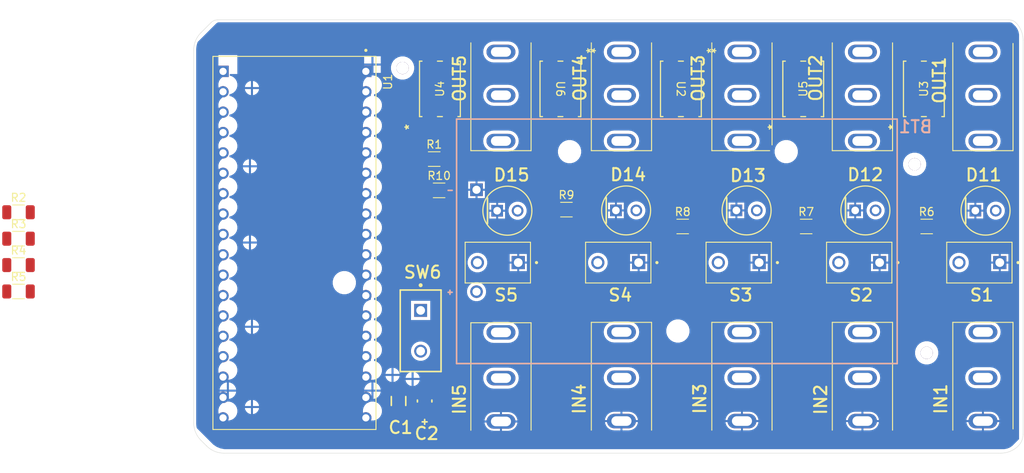
<source format=kicad_pcb>
(kicad_pcb (version 20241229) (generator "pcbnew") (generator_version "9.0")
  (layers (0 "F.Cu" signal "Top Layer") (2 "B.Cu" signal "Bottom Layer") (13 "F.Paste" user "Top Paste") (15 "B.Paste" user "Bottom Paste") (5 "F.SilkS" user "Top Overlay") (7 "B.SilkS" user "Bottom Overlay") (1 "F.Mask" user "Top Solder") (3 "B.Mask" user "Bottom Solder") (25 "Edge.Cuts" user))
  (property "SHEETTOTAL" "1")
  (net 0 "")
  (net 1 "NetD15_2")
  (net 2 "NetD14_2")
  (net 3 "NetD13_2")
  (net 4 "NetD12_2")
  (net 5 "NetD11_2")
  (net 6 "VIN")
  (net 7 "NetOUT5_Tip")
  (net 8 "NetOUT5_Sleeve")
  (net 9 "NetOUT4_Tip")
  (net 10 "NetOUT4_Sleeve")
  (net 11 "NetOUT3_Tip")
  (net 12 "NetOUT3_Sleeve")
  (net 13 "NetOUT2_Tip")
  (net 14 "NetOUT2_Sleeve")
  (net 15 "NetOUT1_Tip")
  (net 16 "NetOUT1_Sleeve")
  (net 17 "NetBT1_2")
  (net 18 "GND")
  (net 19 "BTN5")
  (net 20 "BTN4")
  (net 21 "BTN3")
  (net 22 "BTN2")
  (net 23 "BTN1")
  (net 24 "BACKUP_BTN5")
  (net 25 "BACKUP_BTN4")
  (net 26 "BACKUP_BTN3")
  (net 27 "BACKUP_BTN2")
  (net 28 "BACKUP_BTN1")
  (net 65 "Net-(J3-Pad2)")
  (net 66 "Net-(U2-A)")
  (net 67 "Net-(J3-Pad1)")
  (net 68 "Net-(U3-A)")
  (net 69 "Net-(J4-Pad1)")
  (net 70 "Net-(J4-Pad2)")
  (net 71 "Net-(U4-A)")
  (net 72 "Net-(J5-Pad2)")
  (net 73 "Net-(J5-Pad1)")
  (net 74 "Net-(U5-A)")
  (net 75 "Net-(J6-Pad1)")
  (net 76 "Net-(J6-Pad2)")
  (net 77 "Net-(J7-Pad1)")
  (net 78 "Net-(J7-Pad2)")
  (net 79 "Net-(U6-A)")
  (net 80 "/RELAY1")
  (net 81 "/RELAY2")
  (net 82 "/RELAY3")
  (net 83 "/RELAY4")
  (net 84 "/RELAY5")
  (net 85 "Net-(D11-A)")
  (net 86 "/PILOT_LED1")
  (net 87 "/PILOT_LED2")
  (net 88 "Net-(D12-A)")
  (net 89 "/PILOT_LED3")
  (net 90 "Net-(D13-A)")
  (net 91 "Net-(D14-A)")
  (net 92 "/PILOT_LED4")
  (net 93 "/PILOT_LED5")
  (net 94 "Net-(D15-A)")
  (footprint "800AWSP9M2QE:SW_800AWSP9M2QE" (layer "F.Cu") (at 149.72611 108.2536 180)
    (property "Reference" "S4" (at -0.25399 -4.053852 0) (layer "F.SilkS") (effects (font (size 1.524 1.524) (thickness 0.254))))
    (property "Value" "800AWSP9M2QE" (hide yes))
    (fp_line (start 4.065 2.54) (end -4.065 2.54) (stroke (width 0.127)) (layer "F.SilkS"))
    (fp_line (start 4.065 -2.54) (end 4.065 2.54) (stroke (width 0.127)) (layer "F.SilkS"))
    (fp_line (start 4.065 -2.54) (end -4.065 -2.54) (stroke (width 0.127)) (layer "F.SilkS"))
    (fp_line (start -4.065 -2.54) (end -4.065 2.54) (stroke (width 0.127)) (layer "F.SilkS"))
    (fp_circle (center -4.815 0) (end -4.815 0.1) (stroke (width 0.2)) (fill no) (layer "F.SilkS"))
    (pad "1" thru_hole rect (at -2.54 0 180) (size 1.635 1.635) (drill 1.09) (layers "*.Cu" "*.Mask") (net 18 "GND") (padstack (mode front_inner_back) (layer "Inner" (shape circle) (size 1.635 1.635)) (layer "B.Cu" (shape rect) (size 1.635 1.635))))
    (pad "3" thru_hole circle (at 2.54 0 180) (size 1.635 1.635) (drill 1.09) (layers "*.Cu" "*.Mask") (net 25 "BACKUP_BTN4"))
  )
  (footprint "Vault:CKCP-TS02CBE_V" (layer "F.Cu") (at 125.1261 116.7536 -90)
    (property "Reference" "SW6" (at -7.296148 -0.254005 0) (layer "F.SilkS") (effects (font (size 1.524 1.524) (thickness 0.254))))
    (property "Value" "TS02CBE" (hide yes))
    (fp_line (start -5.08033 2.54016) (end -5.08 -2.54) (stroke (width 0.2)) (layer "F.SilkS"))
    (fp_line (start 5.07967 2.54016) (end -5.08033 2.54016) (stroke (width 0.2)) (layer "F.SilkS"))
    (fp_line (start 5.07967 2.54016) (end 5.07984 -2.54) (stroke (width 0.2)) (layer "F.SilkS"))
    (fp_line (start 5.08 -2.54) (end -5.08 -2.54) (stroke (width 0.2)) (layer "F.SilkS"))
    (fp_circle (center -5.68 0) (end -5.805 0) (stroke (width 0.25)) (fill no) (layer "F.SilkS"))
    (pad "1" thru_hole rect (at -2.54 0 270) (size 1.6 1.6) (drill 1.09) (layers "*.Cu" "*.Mask") (net 17 "NetBT1_2"))
    (pad "3" thru_hole circle (at 2.54 0 90) (size 1.6 1.6) (drill 1.09) (layers "*.Cu" "*.Mask") (net 6 "VIN"))
  )
  (footprint "Vault:FP-HLMP-4700-MFG" (layer "F.Cu") (at 165.7061 101.7536)
    (property "Reference" "D13" (at 0.174005 -4.346148 0) (layer "F.SilkS") (effects (font (size 1.524 1.524) (thickness 0.254))))
    (property "Value" "HLMP-4700" (hide yes))
    (fp_line (start -2.475 1.6) (end -2.475 -1.6) (stroke (width 0.2)) (layer "F.SilkS"))
    (fp_circle (center 0 0) (end 0 -3.05) (stroke (width 0.15)) (fill no) (layer "F.SilkS"))
    (pad "1" thru_hole rect (at -1.27 0) (size 1.45 1.45) (drill 0.95) (layers "*.Cu" "*.Mask") (net 18 "GND"))
    (pad "2" thru_hole circle (at 1.27 0) (size 1.45 1.45) (drill 0.95) (layers "*.Cu" "*.Mask") (net 3 "NetD13_2"))
  )
  (footprint "Resistor_SMD:R_1206_3216Metric" (layer "F.Cu") (at 188.1261 103.7536)
    (property "Reference" "R6" (at 0 -1.82 0) (layer "F.SilkS"))
    (property "Value" "CRCW1206750RFKEAHP")
    (fp_line (start -0.727064 -0.91) (end 0.727064 -0.91) (stroke (width 0.12)) (layer "F.SilkS"))
    (fp_line (start -0.727064 0.91) (end 0.727064 0.91) (stroke (width 0.12)) (layer "F.SilkS"))
    (pad "1" smd roundrect (at -1.4625 0) (size 1.125 1.75) (layers "F.Cu" "F.Mask" "F.Paste") (roundrect_rratio 0.222222) (net 86 "/PILOT_LED1"))
    (pad "2" smd roundrect (at 1.4625 0) (size 1.125 1.75) (layers "F.Cu" "F.Mask" "F.Paste") (roundrect_rratio 0.222222) (net 85 "Net-(D11-A)"))
  )
  (footprint "Resistor_SMD:R_1206_3216Metric" (layer "F.Cu") (at 127.4261 99.2536)
    (property "Reference" "R10" (at 0 -1.82 0) (layer "F.SilkS"))
    (property "Value" "CRCW1206750RFKEAHP")
    (fp_line (start -0.727064 -0.91) (end 0.727064 -0.91) (stroke (width 0.12)) (layer "F.SilkS"))
    (fp_line (start -0.727064 0.91) (end 0.727064 0.91) (stroke (width 0.12)) (layer "F.SilkS"))
    (pad "1" smd roundrect (at -1.4625 0) (size 1.125 1.75) (layers "F.Cu" "F.Mask" "F.Paste") (roundrect_rratio 0.222222) (net 93 "/PILOT_LED5"))
    (pad "2" smd roundrect (at 1.4625 0) (size 1.125 1.75) (layers "F.Cu" "F.Mask" "F.Paste") (roundrect_rratio 0.222222) (net 94 "Net-(D15-A)"))
  )
  (footprint "Vault:FP-HLMP-4700-MFG" (layer "F.Cu") (at 195.4561 101.7786)
    (property "Reference" "D11" (at -0.245995 -4.446148 0) (layer "F.SilkS") (effects (font (size 1.524 1.524) (thickness 0.254))))
    (property "Value" "HLMP-4700" (hide yes))
    (fp_line (start -2.475 1.6) (end -2.475 -1.6) (stroke (width 0.2)) (layer "F.SilkS"))
    (fp_circle (center 0 0) (end 0 -3.05) (stroke (width 0.15)) (fill no) (layer "F.SilkS"))
    (pad "1" thru_hole rect (at -1.27 0) (size 1.45 1.45) (drill 0.95) (layers "*.Cu" "*.Mask") (net 18 "GND"))
    (pad "2" thru_hole circle (at 1.27 0) (size 1.45 1.45) (drill 0.95) (layers "*.Cu" "*.Mask") (net 5 "NetD11_2"))
  )
  (footprint "800AWSP9M2QE:SW_800AWSP9M2QE" (layer "F.Cu") (at 164.7261 108.2536 180)
    (property "Reference" "S3" (at -0.254 -4.053852 0) (layer "F.SilkS") (effects (font (size 1.524 1.524) (thickness 0.254))))
    (property "Value" "800AWSP9M2QE" (hide yes))
    (fp_line (start 4.065 2.54) (end -4.06501 2.54) (stroke (width 0.127)) (layer "F.SilkS"))
    (fp_line (start 4.065 -2.54) (end 4.065 2.54) (stroke (width 0.127)) (layer "F.SilkS"))
    (fp_line (start 4.065 -2.54) (end -4.06501 -2.54) (stroke (width 0.127)) (layer "F.SilkS"))
    (fp_line (start -4.06501 -2.54) (end -4.06501 2.54) (stroke (width 0.127)) (layer "F.SilkS"))
    (fp_circle (center -4.815 0) (end -4.815 0.1) (stroke (width 0.2)) (fill no) (layer "F.SilkS"))
    (pad "1" thru_hole rect (at -2.54 0 180) (size 1.635 1.635) (drill 1.09) (layers "*.Cu" "*.Mask") (net 18 "GND") (padstack (mode front_inner_back) (layer "Inner" (shape circle) (size 1.635 1.635)) (layer "B.Cu" (shape rect) (size 1.635 1.635))))
    (pad "3" thru_hole circle (at 2.54 0 180) (size 1.635 1.635) (drill 1.09) (layers "*.Cu" "*.Mask") (net 26 "BACKUP_BTN3"))
  )
  (footprint "Vault:FP-HLMP-4700-MFG" (layer "F.Cu") (at 150.7061 101.7536)
    (property "Reference" "D14" (at 0.253995 -4.446148 0) (layer "F.SilkS") (effects (font (size 1.524 1.524) (thickness 0.254))))
    (property "Value" "HLMP-4700" (hide yes))
    (fp_line (start -2.475 1.6) (end -2.475 -1.6) (stroke (width 0.2)) (layer "F.SilkS"))
    (fp_circle (center 0 0) (end 0 -3.05) (stroke (width 0.15)) (fill no) (layer "F.SilkS"))
    (pad "1" thru_hole rect (at -1.27 0) (size 1.45 1.45) (drill 0.95) (layers "*.Cu" "*.Mask") (net 18 "GND"))
    (pad "2" thru_hole circle (at 1.27 0) (size 1.45 1.45) (drill 0.95) (layers "*.Cu" "*.Mask") (net 2 "NetD14_2"))
  )
  (footprint "Resistor_SMD:R_1206_3216Metric" (layer "F.Cu") (at 143.2761 101.6536)
    (property "Reference" "R9" (at 0 -1.82 0) (layer "F.SilkS"))
    (property "Value" "CRCW1206750RFKEAHP")
    (fp_line (start -0.727064 -0.91) (end 0.727064 -0.91) (stroke (width 0.12)) (layer "F.SilkS"))
    (fp_line (start -0.727064 0.91) (end 0.727064 0.91) (stroke (width 0.12)) (layer "F.SilkS"))
    (pad "1" smd roundrect (at -1.4625 0) (size 1.125 1.75) (layers "F.Cu" "F.Mask" "F.Paste") (roundrect_rratio 0.222222) (net 92 "/PILOT_LED4"))
    (pad "2" smd roundrect (at 1.4625 0) (size 1.125 1.75) (layers "F.Cu" "F.Mask" "F.Paste") (roundrect_rratio 0.222222) (net 91 "Net-(D14-A)"))
  )
  (footprint "MJ-3502:CUI_MJ-3502" (layer "F.Cu") (at 195.1261 122.4536 90)
    (property "Reference" "IN1" (at -2.795995 -5.246148 90) (layer "F.SilkS") (effects (font (size 1.524 1.524) (thickness 0.254))))
    (property "Value" "MJ-3502" (hide yes))
    (fp_line (start 6.75 -3.75) (end 6.75 3.75) (stroke (width 0.127)) (layer "F.SilkS"))
    (fp_line (start -6.68649 -3.75) (end 6.75 -3.75) (stroke (width 0.127)) (layer "F.SilkS"))
    (fp_line (start -6.53173 3.75) (end 6.75 3.75) (stroke (width 0.127)) (layer "F.SilkS"))
    (pad "1" thru_hole oval (at -5.55 0 180) (size 3.6 1.8) (drill oval 2.5 1.2) (layers "*.Cu" "*.Mask") (net 18 "GND"))
    (pad "2" thru_hole oval (at -0.15 0 180) (size 3.6 1.8) (drill oval 2.5 1.2) (layers "*.Cu" "*.Mask") (net 23 "BTN1"))
    (pad "3" thru_hole oval (at 5.55 0 180) (size 3.6 1.8) (drill oval 2.5 1.2) (layers "*.Cu" "*.Mask"))
  )
  (footprint "AT_HUB_R2:11-5B201S_TOS" (layer "F.Cu") (at 172.7561 86.6036 90)
    (property "Reference" "U5" (at 0 0 90) (layer "F.SilkS"))
    (property "Value" "TLP241A(TP1,F")
    (fp_line (start 3.4544 -2.54) (end -3.4544 -2.54) (stroke (width 0.1524)) (layer "F.SilkS"))
    (fp_line (start -3.4544 -2.54) (end -3.4544 -2.231988) (stroke (width 0.1524)) (layer "F.SilkS"))
    (fp_line (start 3.4544 -2.231988) (end 3.4544 -2.54) (stroke (width 0.1524)) (layer "F.SilkS"))
    (fp_line (start -3.4544 -0.308012) (end -3.4544 0.308012) (stroke (width 0.1524)) (layer "F.SilkS"))
    (fp_line (start 3.4544 0.308012) (end 3.4544 -0.308012) (stroke (width 0.1524)) (layer "F.SilkS"))
    (fp_line (start -3.4544 2.231988) (end -3.4544 2.54) (stroke (width 0.1524)) (layer "F.SilkS"))
    (fp_line (start 3.4544 2.54) (end 3.4544 2.231988) (stroke (width 0.1524)) (layer "F.SilkS"))
    (fp_line (start -3.4544 2.54) (end 3.4544 2.54) (stroke (width 0.1524)) (layer "F.SilkS"))
    (fp_text user "*" (at -4.7625 -3.81 90) (layer "F.SilkS"))
    (fp_text user "*" (at -4.7625 -3.81 90) (layer "F.SilkS"))
    (pad "1" smd rect (at -4.5085 -1.27 90) (size 1.7018 1.397) (layers "F.Cu" "F.Mask" "F.Paste") (net 74 "Net-(U5-A)"))
    (pad "2" smd rect (at -4.5085 1.27 90) (size 1.7018 1.397) (layers "F.Cu" "F.Mask" "F.Paste") (net 18 "GND"))
    (pad "3" smd rect (at 4.5085 1.27 90) (size 1.7018 1.397) (layers "F.Cu" "F.Mask" "F.Paste") (net 75 "Net-(J6-Pad1)"))
    (pad "4" smd rect (at 4.5085 -1.27 90) (size 1.7018 1.397) (layers "F.Cu" "F.Mask" "F.Paste") (net 76 "Net-(J6-Pad2)"))
  )
  (footprint "" (layer "F.Cu") (at 186.6261 96.0036)
    (property "Reference" "" (at 0 0 0) (layer "F.SilkS") (effects (font (size 1.27 1.27))))
    (property "Value" "")
    (pad "MH6" thru_hole circle (at 0 0) (size 1.524 1.524) (drill 2.29) (layers "*.Cu" "*.Mask"))
  )
  (footprint "Vault:FP-HLMP-4700-MFG" (layer "F.Cu") (at 180.4961 101.7536)
    (property "Reference" "D12" (at -0.015995 -4.446148 0) (layer "F.SilkS") (effects (font (size 1.524 1.524) (thickness 0.254))))
    (property "Value" "HLMP-4700" (hide yes))
    (fp_line (start -2.475 1.6) (end -2.475 -1.6) (stroke (width 0.2)) (layer "F.SilkS"))
    (fp_circle (center 0 0) (end 0 -3.05) (stroke (width 0.15)) (fill no) (layer "F.SilkS"))
    (pad "1" thru_hole rect (at -1.27 0) (size 1.45 1.45) (drill 0.95) (layers "*.Cu" "*.Mask") (net 18 "GND"))
    (pad "2" thru_hole circle (at 1.27 0) (size 1.45 1.45) (drill 0.95) (layers "*.Cu" "*.Mask") (net 4 "NetD12_2"))
  )
  (footprint "Resistor_SMD:R_1206_3216Metric" (layer "F.Cu") (at 126.8136 95.3536)
    (property "Reference" "R1" (at 0 -1.82 0) (layer "F.SilkS"))
    (property "Value" "300R")
    (fp_line (start -0.727064 -0.91) (end 0.727064 -0.91) (stroke (width 0.12)) (layer "F.SilkS"))
    (fp_line (start -0.727064 0.91) (end 0.727064 0.91) (stroke (width 0.12)) (layer "F.SilkS"))
    (pad "1" smd roundrect (at -1.4625 0) (size 1.125 1.75) (layers "F.Cu" "F.Mask" "F.Paste") (roundrect_rratio 0.222222) (net 80 "/RELAY1"))
    (pad "2" smd roundrect (at 1.4625 0) (size 1.125 1.75) (layers "F.Cu" "F.Mask" "F.Paste") (roundrect_rratio 0.222222) (net 66 "Net-(U2-A)"))
  )
  (footprint "Resistor_SMD:R_1206_3216Metric" (layer "F.Cu") (at 75.0636 111.8536)
    (property "Reference" "R5" (at 0 -1.82 0) (layer "F.SilkS"))
    (property "Value" "300R")
    (fp_line (start -0.727064 -0.91) (end 0.727064 -0.91) (stroke (width 0.12)) (layer "F.SilkS"))
    (fp_line (start -0.727064 0.91) (end 0.727064 0.91) (stroke (width 0.12)) (layer "F.SilkS"))
    (pad "1" smd roundrect (at -1.4625 0) (size 1.125 1.75) (layers "F.Cu" "F.Mask" "F.Paste") (roundrect_rratio 0.222222) (net 84 "/RELAY5"))
    (pad "2" smd roundrect (at 1.4625 0) (size 1.125 1.75) (layers "F.Cu" "F.Mask" "F.Paste") (roundrect_rratio 0.222222) (net 79 "Net-(U6-A)"))
  )
  (footprint "Vault:FP-T491A106M016AT-MFG" (layer "F.Cu") (at 125.6261 125.5036 -90)
    (property "Reference" "C2" (at 4.053852 -0.254 0) (layer "F.SilkS") (effects (font (size 1.524 1.524) (thickness 0.254))))
    (property "Value" "T491A106M016AT" (hide yes))
    (fp_line (start 0.115 0.9) (end -0.115 0.9) (stroke (width 0.2)) (layer "F.SilkS"))
    (fp_line (start 2.6 0.3) (end 2.6 -0.3) (stroke (width 0.2)) (layer "F.SilkS"))
    (fp_line (start 2.9 0) (end 2.3 0) (stroke (width 0.2)) (layer "F.SilkS"))
    (fp_line (start 0.115 -0.9) (end -0.115 -0.9) (stroke (width 0.2)) (layer "F.SilkS"))
    (pad "1" smd rect (at -1.2 0 270) (size 1.42 1.13) (layers "F.Cu" "F.Mask" "F.Paste") (net 18 "GND"))
    (pad "2" smd rect (at 1.2 0 270) (size 1.42 1.13) (layers "F.Cu" "F.Mask" "F.Paste") (net 6 "VIN"))
  )
  (footprint "Resistor_SMD:R_1206_3216Metric" (layer "F.Cu") (at 173.1261 103.7536)
    (property "Reference" "R7" (at 0 -1.82 0) (layer "F.SilkS"))
    (property "Value" "CRCW1206750RFKEAHP")
    (fp_line (start -0.727064 -0.91) (end 0.727064 -0.91) (stroke (width 0.12)) (layer "F.SilkS"))
    (fp_line (start -0.727064 0.91) (end 0.727064 0.91) (stroke (width 0.12)) (layer "F.SilkS"))
    (pad "1" smd roundrect (at -1.4625 0) (size 1.125 1.75) (layers "F.Cu" "F.Mask" "F.Paste") (roundrect_rratio 0.222222) (net 87 "/PILOT_LED2"))
    (pad "2" smd roundrect (at 1.4625 0) (size 1.125 1.75) (layers "F.Cu" "F.Mask" "F.Paste") (roundrect_rratio 0.222222) (net 88 "Net-(D12-A)"))
  )
  (footprint "Vault:FP-C1206C-EB-MFG" (layer "F.Cu") (at 122.3761 125.5036 90)
    (property "Reference" "C1" (at -3.303852 0.254 0) (layer "F.SilkS") (effects (font (size 1.524 1.524) (thickness 0.254))))
    (property "Value" "C1206C104K4RACTU" (hide yes))
    (fp_line (start -0.55 -0.9) (end 0.55 -0.9) (stroke (width 0.2)) (layer "F.SilkS"))
    (fp_line (start -0.55 0.9) (end 0.55 0.9) (stroke (width 0.2)) (layer "F.SilkS"))
    (pad "1" smd rect (at -1.4 0 90) (size 0.95 1.7) (layers "F.Cu" "F.Mask" "F.Paste") (net 6 "VIN"))
    (pad "2" smd rect (at 1.4 0 90) (size 0.95 1.7) (layers "F.Cu" "F.Mask" "F.Paste") (net 18 "GND"))
  )
  (footprint "800AWSP9M2QE:SW_800AWSP9M2QE" (layer "F.Cu") (at 179.7261 108.2536 180)
    (property "Reference" "S2" (at -0.254 -4.053852 0) (layer "F.SilkS") (effects (font (size 1.524 1.524) (thickness 0.254))))
    (property "Value" "800AWSP9M2QE" (hide yes))
    (fp_line (start 4.065 2.54) (end -4.065 2.54) (stroke (width 0.127)) (layer "F.SilkS"))
    (fp_line (start 4.065 -2.54) (end 4.065 2.54) (stroke (width 0.127)) (layer "F.SilkS"))
    (fp_line (start 4.065 -2.54) (end -4.065 -2.54) (stroke (width 0.127)) (layer "F.SilkS"))
    (fp_line (start -4.065 -2.54) (end -4.065 2.54) (stroke (width 0.127)) (layer "F.SilkS"))
    (fp_circle (center -4.815 0) (end -4.815 0.1) (stroke (width 0.2)) (fill no) (layer "F.SilkS"))
    (pad "1" thru_hole rect (at -2.54 0 180) (size 1.635 1.635) (drill 1.09) (layers "*.Cu" "*.Mask") (net 18 "GND") (padstack (mode front_inner_back) (layer "Inner" (shape circle) (size 1.635 1.635)) (layer "B.Cu" (shape rect) (size 1.635 1.635))))
    (pad "3" thru_hole circle (at 2.54 0 180) (size 1.635 1.635) (drill 1.09) (layers "*.Cu" "*.Mask") (net 27 "BACKUP_BTN2"))
  )
  (footprint "AT_HUB_R2:11-5B201S_TOS" (layer "F.Cu") (at 127.5261 86.6036 90)
    (property "Reference" "U4" (at 0 0 90) (layer "F.SilkS"))
    (property "Value" "TLP241A(TP1,F")
    (fp_line (start 3.4544 -2.54) (end -3.4544 -2.54) (stroke (width 0.1524)) (layer "F.SilkS"))
    (fp_line (start -3.4544 -2.54) (end -3.4544 -2.231988) (stroke (width 0.1524)) (layer "F.SilkS"))
    (fp_line (start 3.4544 -2.231988) (end 3.4544 -2.54) (stroke (width 0.1524)) (layer "F.SilkS"))
    (fp_line (start -3.4544 -0.308012) (end -3.4544 0.308012) (stroke (width 0.1524)) (layer "F.SilkS"))
    (fp_line (start 3.4544 0.308012) (end 3.4544 -0.308012) (stroke (width 0.1524)) (layer "F.SilkS"))
    (fp_line (start -3.4544 2.231988) (end -3.4544 2.54) (stroke (width 0.1524)) (layer "F.SilkS"))
    (fp_line (start 3.4544 2.54) (end 3.4544 2.231988) (stroke (width 0.1524)) (layer "F.SilkS"))
    (fp_line (start -3.4544 2.54) (end 3.4544 2.54) (stroke (width 0.1524)) (layer "F.SilkS"))
    (fp_text user "*" (at -4.7625 -3.81 90) (layer "F.SilkS"))
    (fp_text user "*" (at -4.7625 -3.81 90) (layer "F.SilkS"))
    (pad "1" smd rect (at -4.5085 -1.27 90) (size 1.7018 1.397) (layers "F.Cu" "F.Mask" "F.Paste") (net 71 "Net-(U4-A)"))
    (pad "2" smd rect (at -4.5085 1.27 90) (size 1.7018 1.397) (layers "F.Cu" "F.Mask" "F.Paste") (net 18 "GND"))
    (pad "3" smd rect (at 4.5085 1.27 90) (size 1.7018 1.397) (layers "F.Cu" "F.Mask" "F.Paste") (net 73 "Net-(J5-Pad1)"))
    (pad "4" smd rect (at 4.5085 -1.27 90) (size 1.7018 1.397) (layers "F.Cu" "F.Mask" "F.Paste") (net 72 "Net-(J5-Pad2)"))
  )
  (footprint "" (layer "F.Cu") (at 188.1261 119.5036)
    (property "Reference" "" (at 0 0 0) (layer "F.SilkS") (effects (font (size 1.27 1.27))))
    (property "Value" "")
    (pad "MH7" thru_hole circle (at 0 0) (size 1.524 1.524) (drill 2.29) (layers "*.Cu" "*.Mask"))
  )
  (footprint "MJ-3502:CUI_MJ-3502" (layer "F.Cu") (at 135.1261 87.5536 -90)
    (property "Reference" "OUT5" (at -2.254005 5.171148 90) (layer "F.SilkS") (effects (font (size 1.524 1.524) (thickness 0.254))))
    (property "Value" "MJ-3502" (hide yes))
    (fp_line (start 6.75 3.75) (end -6.68649 3.75) (stroke (width 0.127)) (layer "F.SilkS"))
    (fp_line (start 6.75 3.75) (end 6.75 -3.75) (stroke (width 0.127)) (layer "F.SilkS"))
    (fp_line (start 6.75 -3.75) (end -6.68649 -3.75) (stroke (width 0.127)) (layer "F.SilkS"))
    (pad "1" thru_hole oval (at -5.55 0) (size 3.6 1.8) (drill oval 2.5 1.2) (layers "*.Cu" "*.Mask") (net 8 "NetOUT5_Sleeve"))
    (pad "2" thru_hole oval (at -0.15 0) (size 3.6 1.8) (drill oval 2.5 1.2) (layers "*.Cu" "*.Mask") (net 7 "NetOUT5_Tip"))
    (pad "3" thru_hole oval (at 5.55 0) (size 3.6 1.8) (drill oval 2.5 1.2) (layers "*.Cu" "*.Mask"))
  )
  (footprint "Vault:FP-HLMP-4700-MFG" (layer "F.Cu") (at 135.9261 101.7886)
    (property "Reference" "D15" (at 0.524005 -4.446148 0) (layer "F.SilkS") (effects (font (size 1.524 1.524) (thickness 0.254))))
    (property "Value" "HLMP-4700" (hide yes))
    (fp_line (start -2.475 1.6) (end -2.475 -1.6) (stroke (width 0.2)) (layer "F.SilkS"))
    (fp_arc (start -2.572002 -1.6393) (mid 0.853784 -2.928063) (end 3.05 0) (stroke (width 0.15)) (layer "F.SilkS"))
    (fp_arc (start 3.05 0) (mid -0.798894 2.943513) (end -2.631487 -1.542004) (stroke (width 0.15)) (layer "F.SilkS"))
    (pad "1" thru_hole rect (at -1.27 0) (size 1.45 1.45) (drill 0.95) (layers "*.Cu" "*.Mask") (net 18 "GND"))
    (pad "2" thru_hole circle (at 1.27 0) (size 1.45 1.45) (drill 0.95) (layers "*.Cu" "*.Mask") (net 1 "NetD15_2"))
  )
  (footprint "MJ-3502:CUI_MJ-3502" (layer "F.Cu") (at 180.1261 122.4536 90)
    (property "Reference" "IN2" (at -2.870995 -5.196148 90) (layer "F.SilkS") (effects (font (size 1.524 1.524) (thickness 0.254))))
    (property "Value" "MJ-3502" (hide yes))
    (fp_line (start 6.75 -3.75) (end 6.75 3.75) (stroke (width 0.127)) (layer "F.SilkS"))
    (fp_line (start -6.68649 -3.75) (end 6.75 -3.75) (stroke (width 0.127)) (layer "F.SilkS"))
    (fp_line (start -6.68649 3.75) (end 6.75 3.75) (stroke (width 0.127)) (layer "F.SilkS"))
    (pad "1" thru_hole oval (at -5.55 0 180) (size 3.6 1.8) (drill oval 2.5 1.2) (layers "*.Cu" "*.Mask") (net 18 "GND"))
    (pad "2" thru_hole oval (at -0.15 0 180) (size 3.6 1.8) (drill oval 2.5 1.2) (layers "*.Cu" "*.Mask") (net 22 "BTN2"))
    (pad "3" thru_hole oval (at 5.55 0 180) (size 3.6 1.8) (drill oval 2.5 1.2) (layers "*.Cu" "*.Mask"))
  )
  (footprint "AT_HUB_R2:XCVR_ESP32-PICO-KIT-V4.1" (layer "F.Cu") (at 109.4161 106.0536 -90)
    (property "Reference" "U1" (at -20.325 -11.635 90) (layer "F.SilkS"))
    (property "Value" "ESP32-PICO-DEVKITM-2")
    (fp_line (start -23.5 10.15) (end -23.5 -10.15) (stroke (width 0.127)) (layer "F.SilkS"))
    (fp_line (start 23 10.15) (end -23.5 10.15) (stroke (width 0.127)) (layer "F.SilkS"))
    (fp_line (start -23.5 -10.15) (end 23 -10.15) (stroke (width 0.127)) (layer "F.SilkS"))
    (fp_line (start 23 -10.15) (end 23 10.15) (stroke (width 0.127)) (layer "F.SilkS"))
    (fp_circle (center -24.25 -8.89) (end -24.15 -8.89) (stroke (width 0.2)) (fill no) (layer "F.SilkS"))
    (pad "1" thru_hole rect (at -21.63 -8.89 270) (size 1.408 1.408) (drill 0.9) (layers "*.Cu" "*.Mask"))
    (pad "2" thru_hole circle (at -19.09 -8.89 270) (size 1.408 1.408) (drill 0.9) (layers "*.Cu" "*.Mask"))
    (pad "3" thru_hole circle (at -16.55 -8.89 270) (size 1.408 1.408) (drill 0.9) (layers "*.Cu" "*.Mask"))
    (pad "4" thru_hole circle (at -14.01 -8.89 270) (size 1.408 1.408) (drill 0.9) (layers "*.Cu" "*.Mask"))
    (pad "5" thru_hole circle (at -11.47 -8.89 270) (size 1.408 1.408) (drill 0.9) (layers "*.Cu" "*.Mask"))
    (pad "6" thru_hole circle (at -8.93 -8.89 270) (size 1.408 1.408) (drill 0.9) (layers "*.Cu" "*.Mask"))
    (pad "7" thru_hole circle (at -6.39 -8.89 270) (size 1.408 1.408) (drill 0.9) (layers "*.Cu" "*.Mask"))
    (pad "8" thru_hole circle (at -3.85 -8.89 270) (size 1.408 1.408) (drill 0.9) (layers "*.Cu" "*.Mask"))
    (pad "9" thru_hole circle (at -1.31 -8.89 270) (size 1.408 1.408) (drill 0.9) (layers "*.Cu" "*.Mask"))
    (pad "10" thru_hole circle (at 1.23 -8.89 270) (size 1.408 1.408) (drill 0.9) (layers "*.Cu" "*.Mask"))
    (pad "11" thru_hole circle (at 3.77 -8.89 270) (size 1.408 1.408) (drill 0.9) (layers "*.Cu" "*.Mask"))
    (pad "12" thru_hole circle (at 6.31 -8.89 270) (size 1.408 1.408) (drill 0.9) (layers "*.Cu" "*.Mask"))
    (pad "13" thru_hole circle (at 8.85 -8.89 270) (size 1.408 1.408) (drill 0.9) (layers "*.Cu" "*.Mask"))
    (pad "14" thru_hole circle (at 11.39 -8.89 270) (size 1.408 1.408) (drill 0.9) (layers "*.Cu" "*.Mask"))
    (pad "15" thru_hole circle (at 13.93 -8.89 270) (size 1.408 1.408) (drill 0.9) (layers "*.Cu" "*.Mask"))
    (pad "16" thru_hole circle (at 16.47 -8.89 270) (size 1.408 1.408) (drill 0.9) (layers "*.Cu" "*.Mask"))
    (pad "17" thru_hole circle (at 19.01 -8.89 270) (size 1.408 1.408) (drill 0.9) (layers "*.Cu" "*.Mask"))
    (pad "18" thru_hole circle (at 21.55 -8.89 270) (size 1.408 1.408) (drill 0.9) (layers "*.Cu" "*.Mask"))
    (pad "19" thru_hole rect (at -21.63 8.89 270) (size 1.408 1.408) (drill 0.9) (layers "*.Cu" "*.Mask"))
    (pad "20" thru_hole circle (at -19.09 8.89 270) (size 1.408 1.408) (drill 0.9) (layers "*.Cu" "*.Mask"))
    (pad "21" thru_hole circle (at -16.55 8.89 270) (size 1.408 1.408) (drill 0.9) (layers "*.Cu" "*.Mask"))
    (pad "22" thru_hole circle (at -14.01 8.89 270) (size 1.408 1.408) (drill 0.9) (layers "*.Cu" "*.Mask"))
    (pad "23" thru_hole circle (at -11.47 8.89 270) (size 1.408 1.408) (drill 0.9) (layers "*.Cu" "*.Mask"))
    (pad "24" thru_hole circle (at -8.93 8.89 270) (size 1.408 1.408) (drill 0.9) (layers "*.Cu" "*.Mask"))
    (pad "25" thru_hole circle (at -6.39 8.89 270) (size 1.408 1.408) (drill 0.9) (layers "*.Cu" "*.Mask"))
    (pad "26" thru_hole circle (at -3.85 8.89 270) (size 1.408 1.408) (drill 0.9) (layers "*.Cu" "*.Mask"))
    (pad "27" thru_hole circle (at -1.31 8.89 270) (size 1.408 1.408) (drill 0.9) (layers "*.Cu" "*.Mask"))
    (pad "28" thru_hole circle (at 1.23 8.89 270) (size 1.408 1.408) (drill 0.9) (layers "*.Cu" "*.Mask"))
    (pad "29" thru_hole circle (at 3.77 8.89 270) (size 1.408 1.408) (drill 0.9) (layers "*.Cu" "*.Mask"))
    (pad "30" thru_hole circle (at 6.31 8.89 270) (size 1.408 1.408) (drill 0.9) (layers "*.Cu" "*.Mask"))
    (pad "31" thru_hole circle (at 8.85 8.89 270) (size 1.408 1.408) (drill 0.9) (layers "*.Cu" "*.Mask"))
    (pad "32" thru_hole circle (at 11.39 8.89 270) (size 1.408 1.408) (drill 0.9) (layers "*.Cu" "*.Mask"))
    (pad "33" thru_hole circle (at 13.93 8.89 270) (size 1.408 1.408) (drill 0.9) (layers "*.Cu" "*.Mask"))
    (pad "34" thru_hole circle (at 16.47 8.89 270) (size 1.408 1.408) (drill 0.9) (layers "*.Cu" "*.Mask"))
    (pad "35" thru_hole circle (at 19.01 8.89 270) (size 1.408 1.408) (drill 0.9) (layers "*.Cu" "*.Mask"))
    (pad "36" thru_hole circle (at 21.55 8.89 270) (size 1.408 1.408) (drill 0.9) (layers "*.Cu" "*.Mask"))
  )
  (footprint "MJ-3502:CUI_MJ-3502" (layer "F.Cu") (at 165.1261 122.4536 90)
    (property "Reference" "IN3" (at -2.770995 -5.246148 90) (layer "F.SilkS") (effects (font (size 1.524 1.524) (thickness 0.254))))
    (property "Value" "MJ-3502" (hide yes))
    (fp_line (start 6.75 -3.75) (end 6.75 3.75) (stroke (width 0.127)) (layer "F.SilkS"))
    (fp_line (start -6.68649 -3.75) (end 6.75 -3.75) (stroke (width 0.127)) (layer "F.SilkS"))
    (fp_line (start -6.68649 3.75) (end 6.75 3.75) (stroke (width 0.127)) (layer "F.SilkS"))
    (pad "1" thru_hole oval (at -5.55 0 180) (size 3.6 1.8) (drill oval 2.5 1.2) (layers "*.Cu" "*.Mask") (net 18 "GND"))
    (pad "2" thru_hole oval (at -0.15 0 180) (size 3.6 1.8) (drill oval 2.5 1.2) (layers "*.Cu" "*.Mask") (net 21 "BTN3"))
    (pad "3" thru_hole oval (at 5.55 0 180) (size 3.6 1.8) (drill oval 2.5 1.2) (layers "*.Cu" "*.Mask"))
  )
  (footprint "Resistor_SMD:R_1206_3216Metric" (layer "F.Cu") (at 75.0636 108.5636)
    (property "Reference" "R4" (at 0 -1.82 0) (layer "F.SilkS"))
    (property "Value" "300R")
    (fp_line (start -0.727064 -0.91) (end 0.727064 -0.91) (stroke (width 0.12)) (layer "F.SilkS"))
    (fp_line (start -0.727064 0.91) (end 0.727064 0.91) (stroke (width 0.12)) (layer "F.SilkS"))
    (pad "1" smd roundrect (at -1.4625 0) (size 1.125 1.75) (layers "F.Cu" "F.Mask" "F.Paste") (roundrect_rratio 0.222222) (net 83 "/RELAY4"))
    (pad "2" smd roundrect (at 1.4625 0) (size 1.125 1.75) (layers "F.Cu" "F.Mask" "F.Paste") (roundrect_rratio 0.222222) (net 74 "Net-(U5-A)"))
  )
  (footprint "" (layer "F.Cu") (at 122.8761 84.0036)
    (property "Reference" "" (at 0 0 0) (layer "F.SilkS") (effects (font (size 1.27 1.27))))
    (property "Value" "")
    (pad "MH4" thru_hole circle (at 0 0) (size 1.524 1.524) (drill 2.29) (layers "*.Cu" "*.Mask"))
  )
  (footprint "800AWSP9M2QE:SW_800AWSP9M2QE" (layer "F.Cu") (at 134.7361 108.2536 180)
    (property "Reference" "S5" (at -1.044 -4.053852 0) (layer "F.SilkS") (effects (font (size 1.524 1.524) (thickness 0.254))))
    (property "Value" "800AWSP9M2QE" (hide yes))
    (fp_line (start 4.065 2.54) (end -4.065 2.54) (stroke (width 0.127)) (layer "F.SilkS"))
    (fp_line (start 4.065 -2.54) (end 4.065 2.54) (stroke (width 0.127)) (layer "F.SilkS"))
    (fp_line (start 4.065 -2.54) (end -4.065 -2.54) (stroke (width 0.127)) (layer "F.SilkS"))
    (fp_line (start -4.065 -2.54) (end -4.065 2.54) (stroke (width 0.127)) (layer "F.SilkS"))
    (fp_circle (center -4.815 0) (end -4.815 0.1) (stroke (width 0.2)) (fill no) (layer "F.SilkS"))
    (pad "1" thru_hole rect (at -2.54 0 180) (size 1.635 1.635) (drill 1.09) (layers "*.Cu" "*.Mask") (net 18 "GND") (padstack (mode front_inner_back) (layer "Inner" (shape circle) (size 1.635 1.635)) (layer "B.Cu" (shape rect) (size 1.635 1.635))))
    (pad "3" thru_hole circle (at 2.54 0 180) (size 1.635 1.635) (drill 1.09) (layers "*.Cu" "*.Mask") (net 24 "BACKUP_BTN5"))
  )
  (footprint "MJ-3502:CUI_MJ-3502" (layer "F.Cu") (at 135.1261 122.5036 90)
    (property "Reference" "IN5" (at -2.795995 -5.171148 90) (layer "F.SilkS") (effects (font (size 1.524 1.524) (thickness 0.254))))
    (property "Value" "MJ-3502" (hide yes))
    (fp_line (start 6.75 -3.75) (end 6.75 3.75) (stroke (width 0.127)) (layer "F.SilkS"))
    (fp_line (start -6.6502 -3.75) (end 6.75 -3.75) (stroke (width 0.127)) (layer "F.SilkS"))
    (fp_line (start -6.63649 3.75) (end 6.75 3.75) (stroke (width 0.127)) (layer "F.SilkS"))
    (pad "1" thru_hole oval (at -5.55 0 180) (size 3.6 1.8) (drill oval 2.5 1.2) (layers "*.Cu" "*.Mask") (net 18 "GND"))
    (pad "2" thru_hole oval (at -0.15 0 180) (size 3.6 1.8) (drill oval 2.5 1.2) (layers "*.Cu" "*.Mask") (net 19 "BTN5"))
    (pad "3" thru_hole oval (at 5.55 0 180) (size 3.6 1.8) (drill oval 2.5 1.2) (layers "*.Cu" "*.Mask"))
  )
  (footprint "AT_HUB_R2:11-5B201S_TOS" (layer "F.Cu") (at 142.5261 86.6036 -90)
    (property "Reference" "U6" (at 0 0 -90) (layer "F.SilkS"))
    (property "Value" "TLP241A(TP1,F")
    (fp_line (start -3.4544 2.54) (end 3.4544 2.54) (stroke (width 0.1524)) (layer "F.SilkS"))
    (fp_line (start 3.4544 2.54) (end 3.4544 2.231988) (stroke (width 0.1524)) (layer "F.SilkS"))
    (fp_line (start -3.4544 2.231988) (end -3.4544 2.54) (stroke (width 0.1524)) (layer "F.SilkS"))
    (fp_line (start 3.4544 0.308012) (end 3.4544 -0.308012) (stroke (width 0.1524)) (layer "F.SilkS"))
    (fp_line (start -3.4544 -0.308012) (end -3.4544 0.308012) (stroke (width 0.1524)) (layer "F.SilkS"))
    (fp_line (start 3.4544 -2.231988) (end 3.4544 -2.54) (stroke (width 0.1524)) (layer "F.SilkS"))
    (fp_line (start -3.4544 -2.54) (end -3.4544 -2.231988) (stroke (width 0.1524)) (layer "F.SilkS"))
    (fp_line (start 3.4544 -2.54) (end -3.4544 -2.54) (stroke (width 0.1524)) (layer "F.SilkS"))
    (fp_text user "*" (at -4.7625 -3.81 90) (layer "F.SilkS"))
    (fp_text user "*" (at -4.7625 -3.81 -90) (layer "F.SilkS"))
    (pad "1" smd rect (at -4.5085 -1.27 270) (size 1.7018 1.397) (layers "F.Cu" "F.Mask" "F.Paste") (net 79 "Net-(U6-A)"))
    (pad "2" smd rect (at -4.5085 1.27 270) (size 1.7018 1.397) (layers "F.Cu" "F.Mask" "F.Paste") (net 18 "GND"))
    (pad "3" smd rect (at 4.5085 1.27 270) (size 1.7018 1.397) (layers "F.Cu" "F.Mask" "F.Paste") (net 77 "Net-(J7-Pad1)"))
    (pad "4" smd rect (at 4.5085 -1.27 270) (size 1.7018 1.397) (layers "F.Cu" "F.Mask" "F.Paste") (net 78 "Net-(J7-Pad2)"))
  )
  (footprint "MJ-3502:CUI_MJ-3502" (layer "F.Cu") (at 165.1261 87.5536 -90)
    (property "Reference" "OUT3" (at -2.278995 5.446148 90) (layer "F.SilkS") (effects (font (size 1.524 1.524) (thickness 0.254))))
    (property "Value" "MJ-3502" (hide yes))
    (fp_line (start 6.75 3.75) (end -6.68649 3.75) (stroke (width 0.127)) (layer "F.SilkS"))
    (fp_line (start 6.75 3.75) (end 6.75 -3.45671) (stroke (width 0.127)) (layer "F.SilkS"))
    (fp_line (start 6.02954 -3.75) (end -6.68649 -3.75) (stroke (width 0.127)) (layer "F.SilkS"))
    (pad "1" thru_hole oval (at -5.55 0) (size 3.6 1.8) (drill oval 2.5 1.2) (layers "*.Cu" "*.Mask") (net 12 "NetOUT3_Sleeve"))
    (pad "2" thru_hole oval (at -0.15 0) (size 3.6 1.8) (drill oval 2.5 1.2) (layers "*.Cu" "*.Mask") (net 11 "NetOUT3_Tip"))
    (pad "3" thru_hole oval (at 5.55 0) (size 3.6 1.8) (drill oval 2.5 1.2) (layers "*.Cu" "*.Mask"))
  )
  (footprint "800AWSP9M2QE:SW_800AWSP9M2QE" (layer "F.Cu") (at 194.6861 108.2536 180)
    (property "Reference" "S1" (at -0.294 -4.053852 0) (layer "F.SilkS") (effects (font (size 1.524 1.524) (thickness 0.254))))
    (property "Value" "800AWSP9M2QE" (hide yes))
    (fp_line (start 4.065 2.54) (end -4.065 2.54) (stroke (width 0.127)) (layer "F.SilkS"))
    (fp_line (start 4.065 -2.54) (end 4.065 2.54) (stroke (width 0.127)) (layer "F.SilkS"))
    (fp_line (start 4.065 -2.54) (end -4.065 -2.54) (stroke (width 0.127)) (layer "F.SilkS"))
    (fp_line (start -4.065 -2.54) (end -4.065 2.54) (stroke (width 0.127)) (layer "F.SilkS"))
    (fp_circle (center -4.815 0) (end -4.815 0.1) (stroke (width 0.2)) (fill no) (layer "F.SilkS"))
    (pad "1" thru_hole rect (at -2.54 0 180) (size 1.635 1.635) (drill 1.09) (layers "*.Cu" "*.Mask") (net 18 "GND") (padstack (mode front_inner_back) (layer "Inner" (shape circle) (size 1.635 1.635)) (layer "B.Cu" (shape rect) (size 1.635 1.635))))
    (pad "3" thru_hole circle (at 2.54 0 180) (size 1.635 1.635) (drill 1.09) (layers "*.Cu" "*.Mask") (net 28 "BACKUP_BTN1"))
  )
  (footprint "MJ-3502:CUI_MJ-3502" (layer "F.Cu") (at 180.1261 87.5536 -90)
    (property "Reference" "OUT2" (at -2.303995 5.821148 90) (layer "F.SilkS") (effects (font (size 1.524 1.524) (thickness 0.254))))
    (property "Value" "MJ-3502" (hide yes))
    (fp_line (start 6.75 3.75) (end -6.68649 3.75) (stroke (width 0.127)) (layer "F.SilkS"))
    (fp_line (start 6.75 3.75) (end 6.75 -3.75) (stroke (width 0.127)) (layer "F.SilkS"))
    (fp_line (start 6.75 -3.75) (end -6.68649 -3.75) (stroke (width 0.127)) (layer "F.SilkS"))
    (pad "1" thru_hole oval (at -5.55 0) (size 3.6 1.8) (drill oval 2.5 1.2) (layers "*.Cu" "*.Mask") (net 14 "NetOUT2_Sleeve"))
    (pad "2" thru_hole oval (at -0.15 0) (size 3.6 1.8) (drill oval 2.5 1.2) (layers "*.Cu" "*.Mask") (net 13 "NetOUT2_Tip"))
    (pad "3" thru_hole oval (at 5.55 0) (size 3.6 1.8) (drill oval 2.5 1.2) (layers "*.Cu" "*.Mask"))
  )
  (footprint "AT_HUB_R2:11-5B201S_TOS" (layer "F.Cu") (at 187.7761 86.6036 90)
    (property "Reference" "U3" (at 0 0 90) (layer "F.SilkS"))
    (property "Value" "TLP241A(TP1,F")
    (fp_line (start 3.4544 -2.54) (end -3.4544 -2.54) (stroke (width 0.1524)) (layer "F.SilkS"))
    (fp_line (start -3.4544 -2.54) (end -3.4544 -2.231988) (stroke (width 0.1524)) (layer "F.SilkS"))
    (fp_line (start 3.4544 -2.231988) (end 3.4544 -2.54) (stroke (width 0.1524)) (layer "F.SilkS"))
    (fp_line (start -3.4544 -0.308012) (end -3.4544 0.308012) (stroke (width 0.1524)) (layer "F.SilkS"))
    (fp_line (start 3.4544 0.308012) (end 3.4544 -0.308012) (stroke (width 0.1524)) (layer "F.SilkS"))
    (fp_line (start -3.4544 2.231988) (end -3.4544 2.54) (stroke (width 0.1524)) (layer "F.SilkS"))
    (fp_line (start 3.4544 2.54) (end 3.4544 2.231988) (stroke (width 0.1524)) (layer "F.SilkS"))
    (fp_line (start -3.4544 2.54) (end 3.4544 2.54) (stroke (width 0.1524)) (layer "F.SilkS"))
    (fp_text user "*" (at -4.7625 -3.81 90) (layer "F.SilkS"))
    (fp_text user "*" (at -4.7625 -3.81 90) (layer "F.SilkS"))
    (pad "1" smd rect (at -4.5085 -1.27 90) (size 1.7018 1.397) (layers "F.Cu" "F.Mask" "F.Paste") (net 68 "Net-(U3-A)"))
    (pad "2" smd rect (at -4.5085 1.27 90) (size 1.7018 1.397) (layers "F.Cu" "F.Mask" "F.Paste") (net 18 "GND"))
    (pad "3" smd rect (at 4.5085 1.27 90) (size 1.7018 1.397) (layers "F.Cu" "F.Mask" "F.Paste") (net 69 "Net-(J4-Pad1)"))
    (pad "4" smd rect (at 4.5085 -1.27 90) (size 1.7018 1.397) (layers "F.Cu" "F.Mask" "F.Paste") (net 70 "Net-(J4-Pad2)"))
  )
  (footprint "MJ-3502:CUI_MJ-3502" (layer "F.Cu") (at 150.1261 87.5536 -90)
    (property "Reference" "OUT4" (at -2.328995 5.171148 90) (layer "F.SilkS") (effects (font (size 1.524 1.524) (thickness 0.254))))
    (property "Value" "MJ-3502" (hide yes))
    (fp_line (start 6.75 3.75) (end -6.68649 3.75) (stroke (width 0.127)) (layer "F.SilkS"))
    (fp_line (start 6.75 3.75) (end 6.75 -3.75) (stroke (width 0.127)) (layer "F.SilkS"))
    (fp_line (start 6.75 -3.75) (end -6.68649 -3.75) (stroke (width 0.127)) (layer "F.SilkS"))
    (pad "1" thru_hole oval (at -5.55 0) (size 3.6 1.8) (drill oval 2.5 1.2) (layers "*.Cu" "*.Mask") (net 10 "NetOUT4_Sleeve"))
    (pad "2" thru_hole oval (at -0.15 0) (size 3.6 1.8) (drill oval 2.5 1.2) (layers "*.Cu" "*.Mask") (net 9 "NetOUT4_Tip"))
    (pad "3" thru_hole oval (at 5.55 0) (size 3.6 1.8) (drill oval 2.5 1.2) (layers "*.Cu" "*.Mask"))
  )
  (footprint "MJ-3502:CUI_MJ-3502" (layer "F.Cu") (at 150.1261 122.4536 90)
    (property "Reference" "IN4" (at -2.795995 -5.246148 90) (layer "F.SilkS") (effects (font (size 1.524 1.524) (thickness 0.254))))
    (property "Value" "MJ-3502" (hide yes))
    (fp_line (start 6.75 -3.75) (end 6.75 3.75) (stroke (width 0.127)) (layer "F.SilkS"))
    (fp_line (start -6.68649 -3.75) (end 6.75 -3.75) (stroke (width 0.127)) (layer "F.SilkS"))
    (fp_line (start -6.68649 3.75) (end 6.75 3.75) (stroke (width 0.127)) (layer "F.SilkS"))
    (pad "1" thru_hole oval (at -5.55 0 180) (size 3.6 1.8) (drill oval 2.5 1.2) (layers "*.Cu" "*.Mask") (net 18 "GND"))
    (pad "2" thru_hole oval (at -0.15 0 180) (size 3.6 1.8) (drill oval 2.5 1.2) (layers "*.Cu" "*.Mask") (net 20 "BTN4"))
    (pad "3" thru_hole oval (at 5.55 0 180) (size 3.6 1.8) (drill oval 2.5 1.2) (layers "*.Cu" "*.Mask"))
  )
  (footprint "AT_HUB_R2:11-5B201S_TOS" (layer "F.Cu") (at 157.5261 86.6036 -90)
    (property "Reference" "U2" (at 0 0 270) (layer "F.SilkS"))
    (property "Value" "TLP241A(TP1,F")
    (fp_line (start -3.4544 2.54) (end 3.4544 2.54) (stroke (width 0.1524)) (layer "F.SilkS"))
    (fp_line (start 3.4544 2.54) (end 3.4544 2.231988) (stroke (width 0.1524)) (layer "F.SilkS"))
    (fp_line (start -3.4544 2.231988) (end -3.4544 2.54) (stroke (width 0.1524)) (layer "F.SilkS"))
    (fp_line (start 3.4544 0.308012) (end 3.4544 -0.308012) (stroke (width 0.1524)) (layer "F.SilkS"))
    (fp_line (start -3.4544 -0.308012) (end -3.4544 0.308012) (stroke (width 0.1524)) (layer "F.SilkS"))
    (fp_line (start 3.4544 -2.231988) (end 3.4544 -2.54) (stroke (width 0.1524)) (layer "F.SilkS"))
    (fp_line (start -3.4544 -2.54) (end -3.4544 -2.231988) (stroke (width 0.1524)) (layer "F.SilkS"))
    (fp_line (start 3.4544 -2.54) (end -3.4544 -2.54) (stroke (width 0.1524)) (layer "F.SilkS"))
    (fp_text user "*" (at -4.7625 -3.81 90) (layer "F.SilkS"))
    (fp_text user "*" (at -4.7625 -3.81 270) (layer "F.SilkS"))
    (pad "1" smd rect (at -4.5085 -1.27 270) (size 1.7018 1.397) (layers "F.Cu" "F.Mask" "F.Paste") (net 66 "Net-(U2-A)"))
    (pad "2" smd rect (at -4.5085 1.27 270) (size 1.7018 1.397) (layers "F.Cu" "F.Mask" "F.Paste") (net 18 "GND"))
    (pad "3" smd rect (at 4.5085 1.27 270) (size 1.7018 1.397) (layers "F.Cu" "F.Mask" "F.Paste") (net 67 "Net-(J3-Pad1)"))
    (pad "4" smd rect (at 4.5085 -1.27 270) (size 1.7018 1.397) (layers "F.Cu" "F.Mask" "F.Paste") (net 65 "Net-(J3-Pad2)"))
  )
  (footprint "Resistor_SMD:R_1206_3216Metric" (layer "F.Cu") (at 157.7511 103.7536)
    (property "Reference" "R8" (at 0 -1.82 0) (layer "F.SilkS"))
    (property "Value" "CRCW1206750RFKEAHP")
    (fp_line (start -0.727064 -0.91) (end 0.727064 -0.91) (stroke (width 0.12)) (layer "F.SilkS"))
    (fp_line (start -0.727064 0.91) (end 0.727064 0.91) (stroke (width 0.12)) (layer "F.SilkS"))
    (pad "1" smd roundrect (at -1.4625 0) (size 1.125 1.75) (layers "F.Cu" "F.Mask" "F.Paste") (roundrect_rratio 0.222222) (net 89 "/PILOT_LED3"))
    (pad "2" smd roundrect (at 1.4625 0) (size 1.125 1.75) (layers "F.Cu" "F.Mask" "F.Paste") (roundrect_rratio 0.222222) (net 90 "Net-(D13-A)"))
  )
  (footprint "Resistor_SMD:R_1206_3216Metric" (layer "F.Cu") (at 75.0636 105.2736)
    (property "Reference" "R3" (at 0 -1.82 0) (layer "F.SilkS"))
    (property "Value" "300R")
    (fp_line (start -0.727064 -0.91) (end 0.727064 -0.91) (stroke (width 0.12)) (layer "F.SilkS"))
    (fp_line (start -0.727064 0.91) (end 0.727064 0.91) (stroke (width 0.12)) (layer "F.SilkS"))
    (pad "1" smd roundrect (at -1.4625 0) (size 1.125 1.75) (layers "F.Cu" "F.Mask" "F.Paste") (roundrect_rratio 0.222222) (net 82 "/RELAY3"))
    (pad "2" smd roundrect (at 1.4625 0) (size 1.125 1.75) (layers "F.Cu" "F.Mask" "F.Paste") (roundrect_rratio 0.222222) (net 71 "Net-(U4-A)"))
  )
  (footprint "MJ-3502:CUI_MJ-3502" (layer "F.Cu") (at 195.1261 87.5536 -90)
    (property "Reference" "OUT1" (at -2.029 5.421138 90) (layer "F.SilkS") (effects (font (size 1.524 1.524) (thickness 0.254))))
    (property "Value" "MJ-3502" (hide yes))
    (fp_line (start 6.75 3.75) (end -6.68649 3.75) (stroke (width 0.127)) (layer "F.SilkS"))
    (fp_line (start 6.75 3.75) (end 6.75 -3.75) (stroke (width 0.127)) (layer "F.SilkS"))
    (fp_line (start 6.75 -3.75) (end -6.60785 -3.75) (stroke (width 0.127)) (layer "F.SilkS"))
    (pad "1" thru_hole oval (at -5.55 0) (size 3.6 1.8) (drill oval 2.5 1.2) (layers "*.Cu" "*.Mask") (net 16 "NetOUT1_Sleeve"))
    (pad "2" thru_hole oval (at -0.15 0) (size 3.6 1.8) (drill oval 2.5 1.2) (layers "*.Cu" "*.Mask") (net 15 "NetOUT1_Tip"))
    (pad "3" thru_hole oval (at 5.55 0) (size 3.6 1.8) (drill oval 2.5 1.2) (layers "*.Cu" "*.Mask"))
  )
  (footprint "Resistor_SMD:R_1206_3216Metric" (layer "F.Cu") (at 75.0636 101.9836)
    (property "Reference" "R2" (at 0 -1.82 0) (layer "F.SilkS"))
    (property "Value" "300R")
    (fp_line (start -0.727064 -0.91) (end 0.727064 -0.91) (stroke (width 0.12)) (layer "F.SilkS"))
    (fp_line (start -0.727064 0.91) (end 0.727064 0.91) (stroke (width 0.12)) (layer "F.SilkS"))
    (pad "1" smd roundrect (at -1.4625 0) (size 1.125 1.75) (layers "F.Cu" "F.Mask" "F.Paste") (roundrect_rratio 0.222222) (net 81 "/RELAY2"))
    (pad "2" smd roundrect (at 1.4625 0) (size 1.125 1.75) (layers "F.Cu" "F.Mask" "F.Paste") (roundrect_rratio 0.222222) (net 68 "Net-(U3-A)"))
  )
  (footprint "Vault:FP-BH9VPC-MFG" (layer "B.Cu") (at 157.0261 105.6036 180)
    (property "Reference" "BT1" (at -29.703195 14.272348 0) (layer "B.SilkS") (effects (font (size 1.524 1.524) (thickness 0.254)) (justify mirror)))
    (property "Value" "BH9VPC" (hide yes))
    (fp_line (start 28.475 6.35) (end 27.975 6.35) (stroke (width 0.2)) (layer "B.SilkS"))
    (fp_line (start 28.475 -6.35) (end 27.975 -6.35) (stroke (width 0.2)) (layer "B.SilkS"))
    (fp_line (start 28.25 -6.6) (end 28.25 -6.1) (stroke (width 0.2)) (layer "B.SilkS"))
    (fp_line (start 27.425 15.235) (end -27.425 15.235) (stroke (width 0.2)) (layer "B.SilkS"))
    (fp_line (start 27.425 -15.235) (end 27.425 15.235) (stroke (width 0.2)) (layer "B.SilkS"))
    (fp_line (start 27.425 -15.235) (end -27.425 -15.235) (stroke (width 0.2)) (layer "B.SilkS"))
    (fp_line (start -27.425 -15.235) (end -27.425 15.235) (stroke (width 0.2)) (layer "B.SilkS"))
    (pad "" np_thru_hole circle (at -13.6144 11.176 180) (size 2.29 2.29) (drill 2.29) (layers "*.Cu" "*.Mask"))
    (pad "" np_thru_hole circle (at -0.127 -11.176 180) (size 2.29 2.29) (drill 2.29) (layers "*.Cu" "*.Mask"))
    (pad "" np_thru_hole circle (at 13.3604 11.176 180) (size 2.29 2.29) (drill 2.29) (layers "*.Cu" "*.Mask"))
    (pad "1" thru_hole rect (at 24.9428 6.4262 180) (size 1.566 1.566) (drill 1.016) (layers "*.Cu" "*.Mask") (net 18 "GND"))
    (pad "2" thru_hole circle (at 24.9428 -6.2738 180) (size 1.566 1.566) (drill 1.016) (layers "*.Cu" "*.Mask") (net 17 "NetBT1_2"))
  )
  (gr_arc (start 97.774125 130.401625) (mid 97.109489 129.406927) (end 96.8761 128.2336) (stroke (width 0.05)) (layer "Edge.Cuts"))
  (gr_arc (start 200.1261 129.65228) (mid 199.969652 130.438798) (end 199.524125 131.105575) (stroke (width 0.05)) (layer "Edge.Cuts"))
  (gr_line (start 98.47808 131.10557) (end 97.774125 130.401625) (stroke (width 0.05)) (layer "Edge.Cuts"))
  (gr_arc (start 199.524125 131.105575) (mid 198.529427 131.770211) (end 197.3561 132.0036) (stroke (width 0.05)) (layer "Edge.Cuts"))
  (gr_line (start 199.228077 78.355573) (end 199.228075 78.355575) (stroke (width 0.05)) (layer "Edge.Cuts"))
  (gr_line (start 197.3561 132.0036) (end 100.6461 132.0036) (stroke (width 0.05)) (layer "Edge.Cuts"))
  (gr_arc (start 100.6461 132.0036) (mid 99.472773 131.770211) (end 98.478075 131.105575) (stroke (width 0.05)) (layer "Edge.Cuts"))
  (gr_line (start 98.478075 131.105575) (end 98.47808 131.10557) (stroke (width 0.05)) (layer "Edge.Cuts"))
  (gr_arc (start 198.37834 78.0036) (mid 198.838215 78.095075) (end 199.228077 78.355573) (stroke (width 0.05)) (layer "Edge.Cuts"))
  (gr_arc (start 99.054447 78.325247) (mid 99.410719 78.087194) (end 99.83097 78.003601) (stroke (width 0.05)) (layer "Edge.Cuts"))
  (gr_line (start 99.83097 78.0036) (end 198.37834 78.0036) (stroke (width 0.05)) (layer "Edge.Cuts"))
  (gr_line (start 97.774125 79.605575) (end 97.77413 79.60557) (stroke (width 0.05)) (layer "Edge.Cuts"))
  (gr_line (start 97.77413 79.60557) (end 99.054447 78.325247) (stroke (width 0.05)) (layer "Edge.Cuts"))
  (gr_arc (start 199.228075 78.355575) (mid 199.892711 79.350273) (end 200.1261 80.5236) (stroke (width 0.05)) (layer "Edge.Cuts"))
  (gr_line (start 96.8761 128.2336) (end 96.8761 81.7736) (stroke (width 0.05)) (layer "Edge.Cuts"))
  (gr_line (start 200.1261 80.5236) (end 200.1261 129.65228) (stroke (width 0.05)) (layer "Edge.Cuts"))
  (gr_arc (start 96.8761 81.7736) (mid 97.109489 80.600273) (end 97.774125 79.605575) (stroke (width 0.05)) (layer "Edge.Cuts"))
  (zone (net 18) (net_name "GND") (layer "B.Cu") (connect_pads (clearance 0.5)) (min_thickness 0.25) (fill yes (thermal_gap 0.254) (thermal_bridge_width 0.254))
    (polygon (pts (arc (start 198.27255 78.2536) (mid 198.599189 78.318573) (end 198.876101 78.503599)) (xy 198.8761 78.5036) (arc (start 199.09577 78.72327) (mid 199.488272 79.31069) (end 199.6261 80.0036)) (xy 199.6261 130.2536) (arc (start 198.90643 130.97327) (mid 198.31901 131.365772) (end 197.6261 131.5036)) (arc (start 100.9282 131.5036) (mid 99.956184 131.310254) (end 99.132149 130.759651)) (xy 99.13215 130.75965) (arc (start 97.376099 129.003601) (mid 97.191073 128.726689) (end 97.1261 128.40005)) (arc (start 97.12609 81.5036) (mid 97.217976 81.041659) (end 97.479644 80.650044)) (xy 97.47965 80.65005) (arc (start 99.626099 78.503599) (mid 99.903011 78.318573) (end 100.22965 78.2536))))
  )
)
</source>
